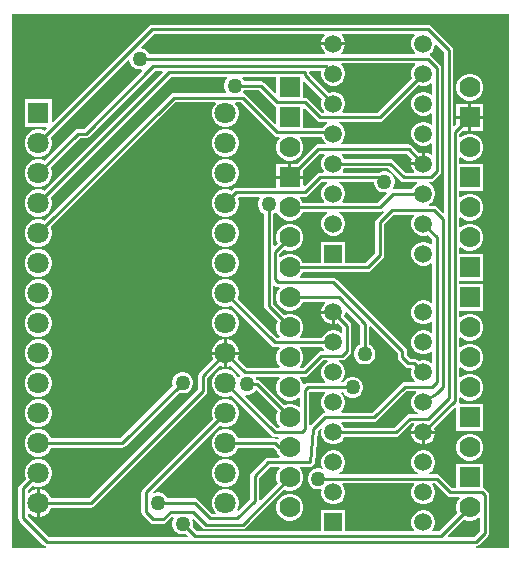
<source format=gbl>
%FSTAX23Y23*%
%MOIN*%
%SFA1B1*%

%IPPOS*%
%ADD11C,0.010000*%
%ADD19C,0.059060*%
%ADD20R,0.059060X0.059060*%
%ADD21C,0.070870*%
%ADD22R,0.070870X0.070870*%
%ADD23C,0.070000*%
%ADD24R,0.070000X0.070000*%
%ADD25C,0.050000*%
%LNeeprom_programmer-1*%
%LPD*%
G36*
X04036Y03352D02*
X04033Y03349D01*
X04028Y0334*
X04025Y0333*
Y03319*
X04028Y03309*
X04033Y033*
X04038Y03295*
X04036Y0329*
X03793*
X03791Y03295*
X03796Y033*
X03801Y03309*
X03804Y03319*
Y0332*
X03725*
Y03319*
X03728Y03309*
X03733Y033*
X03738Y03295*
X03736Y0329*
X03151*
X03148Y03296*
X03141Y03303*
X03133Y03307*
X03125Y03309*
X03123Y03314*
X03166Y03357*
X03734*
X03736Y03352*
X03733Y03349*
X03728Y0334*
X03725Y0333*
Y0333*
X03804*
Y0333*
X03801Y0334*
X03796Y03349*
X03793Y03352*
X03795Y03357*
X04034*
X04036Y03352*
G37*
G36*
X04094Y03192D02*
Y03157D01*
X0409Y03155*
X04089Y03156*
X0408Y03161*
X0407Y03164*
X04059*
X04049Y03161*
X0404Y03156*
X04033Y03149*
X04028Y0314*
X04025Y0313*
Y03119*
X04028Y03109*
X04033Y031*
X0404Y03093*
X04049Y03088*
X04059Y03085*
X0407*
X0408Y03088*
X04089Y03093*
X0409Y03094*
X04094Y03092*
Y03057*
X0409Y03055*
X04089Y03056*
X0408Y03061*
X0407Y03064*
X04059*
X04049Y03061*
X0404Y03056*
X04033Y03049*
X04028Y0304*
X04025Y0303*
Y03019*
X04028Y03009*
X04033Y03*
X0404Y02993*
X04049Y02988*
X04059Y02985*
X0407*
X0408Y02988*
X04089Y02993*
X0409Y02994*
X04094Y02992*
Y02957*
X0409Y02955*
X04089Y02956*
X0408Y02961*
X0407Y02964*
X0407*
Y02925*
X04065*
Y0292*
X04025*
Y02919*
X04028Y02909*
X04033Y029*
X04034Y02899*
X04032Y02895*
X04006*
X03965Y02935*
X0396Y02939*
X03954Y0294*
X03801*
X03796Y02949*
X03792Y02953*
X03794Y02958*
X04009*
X04028Y0294*
X04025Y0293*
Y0293*
X0406*
Y02964*
X04059*
X04049Y02961*
X04026Y02984*
X04021Y02988*
X04016Y02989*
X03791*
X0379Y02994*
X03796Y03*
X03801Y03009*
X03804Y03019*
Y0303*
X03801Y0304*
X03796Y03049*
X03789Y03056*
X03783Y03059*
X03785Y03064*
X0392*
X03925Y03065*
X0393Y03069*
X04049Y03188*
X04059Y03185*
X0407*
X0408Y03188*
X04089Y03193*
X0409Y03194*
X04094Y03192*
G37*
G36*
X04038Y03254D02*
X04033Y03249D01*
X04028Y0324*
X04025Y0323*
Y03219*
X04028Y03209*
X03913Y03095*
X03797*
X03795Y03099*
X03796Y031*
X03801Y03109*
X03804Y03119*
Y0313*
X03801Y0314*
X03796Y03149*
X03789Y03156*
X0378Y03161*
X0377Y03164*
X03759*
X03749Y03161*
X03685Y03226*
Y0323*
X03685Y0323*
X03688Y03234*
X03722*
X03725Y0323*
X03725Y0323*
Y03219*
X03728Y03209*
X03733Y032*
X0374Y03193*
X03749Y03188*
X03759Y03185*
X0377*
X0378Y03188*
X03789Y03193*
X03796Y032*
X03801Y03209*
X03804Y03219*
Y0323*
X03801Y0324*
X03796Y03249*
X03791Y03254*
X03793Y03259*
X04036*
X04038Y03254*
G37*
G36*
X03575Y03161D02*
X0357Y03159D01*
X03533Y03195*
X03528Y03199*
X03523Y032*
X03467*
X03464Y03206*
X0346Y03209*
X03462Y03214*
X03575*
Y03161*
G37*
G36*
X03728Y0314D02*
X03725Y0313D01*
Y03119*
X03728Y03109*
X03733Y031*
X03734Y03099*
X03732Y03095*
X03726*
X0368Y0314*
X03675Y03144*
X0367Y03145*
X03665*
Y03196*
X03669Y03198*
X03728Y0314*
G37*
G36*
X03567Y03119D02*
X03572Y03115D01*
X03575Y03115*
Y0306*
X0357Y03058*
X03473Y03155*
X03468Y03159*
X03467Y03159*
X03466Y0316*
X03464Y03164*
X03467Y03169*
X03516*
X03567Y03119*
G37*
G36*
X03709Y03069D02*
X03714Y03065D01*
X0372Y03064*
X03744*
X03746Y03059*
X0374Y03056*
X03733Y03049*
X03731Y03045*
X03665*
Y03106*
X03669Y03108*
X03709Y03069*
G37*
G36*
X0435Y01645D02*
X04241D01*
X04241Y0165*
X04245Y0165*
X0425Y01654*
X0428Y01684*
X04284Y01689*
X04285Y01695*
Y0182*
X04284Y01825*
X0428Y0183*
X0427Y0184*
X04265Y01844*
X04265Y01844*
Y01925*
X04175*
Y01845*
X04161*
X0412Y01885*
X04115Y01889*
X0411Y0189*
X04085*
X04083Y01895*
X04089Y01898*
X04096Y01905*
X04101Y01914*
X04104Y01924*
Y01935*
X04101Y01945*
X04096Y01954*
X04089Y01961*
X0408Y01966*
X0407Y01969*
X04059*
X04049Y01966*
X0404Y01961*
X04033Y01954*
X04028Y01945*
X04025Y01935*
Y01924*
X04028Y01914*
X04033Y01905*
X0404Y01898*
X04046Y01895*
X04044Y0189*
X03785*
X03783Y01895*
X03789Y01898*
X03796Y01905*
X03801Y01914*
X03804Y01924*
Y01935*
X03801Y01945*
X03796Y01954*
X03789Y01961*
X0378Y01966*
X0377Y01969*
X03759*
X03749Y01966*
X0374Y01961*
X03733Y01954*
X03728Y01945*
X03725Y01935*
Y01924*
X03728Y01914*
X03729Y01912*
X03726Y01908*
X03719Y0191*
X0371*
X03701Y01907*
X03693Y01903*
X03686Y01896*
X03682Y01888*
X0368Y01879*
Y0187*
X03682Y01861*
X03686Y01853*
X03693Y01846*
X03701Y01842*
X0371Y0184*
X03719*
X03722Y0184*
X03726Y01837*
X03725Y01835*
Y01824*
X03728Y01814*
X03733Y01805*
X0374Y01798*
X03749Y01793*
X03759Y0179*
X0377*
X0378Y01793*
X03789Y01798*
X03796Y01805*
X03801Y01814*
X03804Y01824*
Y01835*
X03801Y01845*
X03796Y01854*
X03795Y01855*
X03797Y01859*
X04032*
X04034Y01855*
X04033Y01854*
X04028Y01845*
X04025Y01835*
Y01824*
X04028Y01814*
X04033Y01805*
X0404Y01798*
X04049Y01793*
X04059Y0179*
X0407*
X0408Y01793*
X04089Y01798*
X04096Y01805*
X04101Y01814*
X04104Y01824*
Y01835*
X04101Y01845*
X04096Y01854*
X04095Y01855*
X04097Y01859*
X04103*
X04144Y01819*
X04149Y01815*
X04155Y01814*
X04184*
X04186Y0181*
X04183Y01807*
X04178Y01797*
X04175Y01785*
Y01774*
X04178Y01762*
X04179Y0176*
X04118Y017*
X04097*
X04095Y01704*
X04096Y01705*
X04101Y01714*
X04104Y01724*
Y01735*
X04101Y01745*
X04096Y01754*
X04089Y01761*
X0408Y01766*
X0407Y01769*
X04059*
X04049Y01766*
X0404Y01761*
X04033Y01754*
X04028Y01745*
X04025Y01735*
Y01724*
X04028Y01714*
X04033Y01705*
X04034Y01704*
X04032Y017*
X03804*
Y01769*
X03725*
Y017*
X03309*
X03296Y01713*
X03298Y0172*
Y01729*
X03295Y01738*
X03295Y01738*
X03299Y01741*
X0333Y01711*
X03335Y01707*
X03341Y01706*
X03462*
X03467Y01707*
X03472Y01711*
X036Y01839*
X03602Y01838*
X03614Y01835*
X03625*
X03637Y01838*
X03647Y01843*
X03656Y01852*
X03661Y01862*
X03665Y01874*
Y01885*
X03661Y01897*
X03656Y01907*
X03653Y0191*
X03655Y01914*
X03688*
X0369Y01915*
X03692Y01915*
X03693Y01915*
X03693Y01915*
X03695Y01917*
X03697Y01918*
X03698Y01918*
X03698Y01919*
X037Y01921*
X03701Y01922*
X03701Y01923*
X03702Y01924*
X03702Y01926*
X03703Y01928*
X03712Y02033*
X03722Y02042*
X03726Y0204*
X03725Y02035*
Y02024*
X03728Y02014*
X03733Y02005*
X0374Y01998*
X03749Y01993*
X03759Y0199*
X0377*
X0378Y01993*
X03789Y01998*
X03796Y02005*
X03801Y02014*
X03975*
X0398Y02015*
X03985Y02019*
X04026Y02059*
X04032*
X04034Y02055*
X04033Y02054*
X04028Y02045*
X04025Y02035*
Y02035*
X04104*
Y02035*
X04101Y02045*
X0417Y02113*
X04175Y02111*
Y02035*
X04265*
Y02125*
X04186*
X04183Y0213*
X04184Y02134*
Y02145*
X04189Y02146*
X04192Y02143*
X04202Y02138*
X04214Y02135*
X04225*
X04237Y02138*
X04247Y02143*
X04256Y02152*
X04261Y02162*
X04265Y02174*
Y02185*
X04261Y02197*
X04256Y02207*
X04247Y02216*
X04237Y02221*
X04225Y02225*
X04214*
X04202Y02221*
X04192Y02216*
X04189Y02213*
X04184Y02214*
Y02245*
X04189Y02246*
X04192Y02243*
X04202Y02238*
X04214Y02235*
X04225*
X04237Y02238*
X04247Y02243*
X04256Y02252*
X04261Y02262*
X04265Y02274*
Y02285*
X04261Y02297*
X04256Y02307*
X04247Y02316*
X04237Y02321*
X04225Y02325*
X04214*
X04202Y02321*
X04192Y02316*
X04189Y02313*
X04184Y02314*
Y02345*
X04189Y02346*
X04192Y02343*
X04202Y02338*
X04214Y02335*
X04225*
X04237Y02338*
X04247Y02343*
X04256Y02352*
X04261Y02362*
X04265Y02374*
Y02385*
X04261Y02397*
X04256Y02407*
X04247Y02416*
X04237Y02421*
X04225Y02425*
X04214*
X04202Y02421*
X04192Y02416*
X04189Y02413*
X04184Y02414*
Y02435*
X04265*
Y02525*
X04184*
Y02535*
X04265*
Y02625*
X04184*
Y02645*
X04189Y02646*
X04192Y02643*
X04202Y02638*
X04214Y02635*
X04225*
X04237Y02638*
X04247Y02643*
X04256Y02652*
X04261Y02662*
X04265Y02674*
Y02685*
X04261Y02697*
X04256Y02707*
X04247Y02716*
X04237Y02721*
X04225Y02725*
X04214*
X04202Y02721*
X04192Y02716*
X04189Y02713*
X04184Y02714*
Y02745*
X04189Y02746*
X04192Y02743*
X04202Y02738*
X04214Y02735*
X04225*
X04237Y02738*
X04247Y02743*
X04256Y02752*
X04261Y02762*
X04265Y02774*
Y02785*
X04261Y02797*
X04256Y02807*
X04247Y02816*
X04237Y02821*
X04225Y02825*
X04214*
X04202Y02821*
X04192Y02816*
X04189Y02813*
X04184Y02814*
Y02835*
X04265*
Y02925*
X04184*
Y02945*
X04189Y02946*
X04192Y02943*
X04202Y02938*
X04214Y02935*
X04225*
X04237Y02938*
X04247Y02943*
X04256Y02952*
X04261Y02962*
X04265Y02974*
Y02985*
X04261Y02997*
X04256Y03007*
X04247Y03016*
X04237Y03021*
X04225Y03025*
X04214*
X04202Y03021*
X04192Y03016*
X04189Y03013*
X04184Y03014*
Y03023*
X04196Y03035*
X04215*
Y03075*
X04175*
Y03056*
X04169Y03051*
X04164Y03052*
Y03303*
X04163Y03309*
X0416Y03314*
X0409Y03383*
X04085Y03387*
X0408Y03388*
X0316*
X03154Y03387*
X03149Y03383*
X02831Y03065*
X02826Y03067*
Y03139*
X02736*
Y03048*
X02807*
X02809Y03043*
X02801Y03035*
X02799Y03036*
X02787Y03039*
X02775*
X02763Y03036*
X02753Y0303*
X02745Y03021*
X02739Y03011*
X02736Y02999*
Y02987*
X02739Y02976*
X02745Y02965*
X02753Y02957*
X02763Y02951*
X02775Y02948*
X02787*
X02799Y02951*
X02809Y02957*
X02817Y02965*
X02823Y02976*
X02826Y02987*
Y02999*
X02823Y03011*
X02822Y03013*
X0308Y03271*
X03085Y03269*
X03087Y03261*
X03091Y03253*
X03098Y03246*
X03106Y03242*
X03115Y0324*
X03124*
X03125Y0324*
X03128Y03235*
X02933Y03041*
X02913*
X02907Y0304*
X02902Y03036*
X02801Y02935*
X02799Y02936*
X02787Y02939*
X02775*
X02763Y02936*
X02753Y0293*
X02745Y02921*
X02739Y02911*
X02736Y02899*
Y02887*
X02739Y02876*
X02745Y02865*
X02753Y02857*
X02763Y02851*
X02775Y02848*
X02787*
X02799Y02851*
X02809Y02857*
X02817Y02865*
X02823Y02876*
X02826Y02887*
Y02899*
X02823Y02911*
X02822Y02913*
X02919Y0301*
X0294*
X02945Y03011*
X0295Y03015*
X0317Y03234*
X03194*
X03196Y0323*
X02801Y02835*
X02799Y02836*
X02787Y02839*
X02775*
X02763Y02836*
X02753Y0283*
X02745Y02821*
X02739Y02811*
X02736Y02799*
Y02787*
X02739Y02776*
X02745Y02765*
X02753Y02757*
X02763Y02751*
X02775Y02748*
X02787*
X02799Y02751*
X02809Y02757*
X02817Y02765*
X02823Y02776*
X02826Y02787*
Y02799*
X02823Y02811*
X02822Y02813*
X03223Y03214*
X03409*
X03411Y03209*
X03407Y03206*
X03403Y03198*
X03401Y03189*
Y0318*
X03403Y03171*
X03406Y03165*
X03404Y0316*
X03232*
X03226Y03159*
X03221Y03155*
X02801Y02735*
X02799Y02736*
X02787Y02739*
X02775*
X02763Y02736*
X02753Y0273*
X02745Y02721*
X02739Y02711*
X02736Y02699*
Y02687*
X02739Y02676*
X02745Y02665*
X02753Y02657*
X02763Y02651*
X02775Y02648*
X02787*
X02799Y02651*
X02809Y02657*
X02817Y02665*
X02823Y02676*
X02826Y02687*
Y02699*
X02823Y02711*
X02822Y02713*
X03238Y03129*
X0337*
X03372Y03125*
X03369Y03121*
X03363Y03111*
X0336Y03099*
Y03087*
X03363Y03076*
X03369Y03065*
X03377Y03057*
X03387Y03051*
X03399Y03048*
X03411*
X03422Y03051*
X03433Y03057*
X03441Y03065*
X03447Y03076*
X0345Y03087*
Y03099*
X03447Y03111*
X03441Y03121*
X03438Y03125*
X0344Y03129*
X03456*
X03566Y03019*
X03571Y03015*
X03577Y03014*
X03584*
X03586Y0301*
X03583Y03007*
X03578Y02997*
X03575Y02985*
Y02974*
X03578Y02962*
X03583Y02952*
X03592Y02943*
X03602Y02938*
X03614Y02935*
X03625*
X03637Y02938*
X03647Y02943*
X03656Y02952*
X03661Y02962*
X03665Y02974*
Y02985*
X03661Y02997*
X03656Y03007*
X03653Y0301*
X03655Y03014*
X03726*
X03728Y03009*
X03733Y03*
X03739Y02994*
X03738Y02989*
X03714*
X03708Y02988*
X03703Y02984*
X03643Y02925*
X03625*
Y02885*
X03665*
Y02903*
X0372Y02958*
X03735*
X03737Y02953*
X03733Y02949*
X03728Y0294*
X03725Y0293*
Y02919*
X03728Y02909*
X03733Y029*
X03733Y029*
X03731Y02895*
X0372*
X03714Y02894*
X03709Y02891*
X03669Y02851*
X03665Y02853*
Y02875*
X0362*
X03575*
Y02845*
X03441*
X03435Y02844*
X0343Y0284*
X03425Y02835*
X03422Y02836*
X03411Y02839*
X03399*
X03387Y02836*
X03377Y0283*
X03369Y02821*
X03363Y02811*
X0336Y02799*
Y02787*
X03363Y02776*
X03369Y02765*
X03377Y02757*
X03387Y02751*
X03399Y02748*
X03411*
X03422Y02751*
X03433Y02757*
X03441Y02765*
X03447Y02776*
X0345Y02787*
Y02799*
X03448Y02809*
X0345Y02813*
X03451Y02814*
X03518*
X0352Y02809*
X03517Y02803*
X03515Y02794*
Y02785*
X03517Y02776*
X03521Y02768*
X03528Y02761*
X03534Y02758*
Y0245*
X03535Y02444*
X03539Y02439*
X03579Y02399*
X03578Y02397*
X03575Y02385*
Y02374*
X03578Y02362*
X03583Y02352*
X03586Y02349*
X03584Y02345*
X03575*
X03446Y02474*
X03447Y02476*
X0345Y02487*
Y02499*
X03447Y02511*
X03441Y02521*
X03433Y0253*
X03422Y02536*
X03411Y02539*
X03399*
X03387Y02536*
X03377Y0253*
X03369Y02521*
X03363Y02511*
X0336Y02499*
Y02487*
X03363Y02476*
X03369Y02465*
X03377Y02457*
X03387Y02451*
X03399Y02448*
X03411*
X03422Y02451*
X03425Y02452*
X03558Y02319*
X03563Y02315*
X03569Y02314*
X03584*
X03586Y0231*
X03583Y02307*
X03578Y02297*
X03575Y02285*
Y02274*
X03578Y02262*
X03583Y02252*
X03586Y02249*
X03584Y02245*
X03475*
X03446Y02274*
X03447Y02276*
X0345Y02287*
Y02288*
X0341*
Y02248*
X03411*
X03422Y02251*
X03425Y02252*
X03454Y02222*
X03454Y02218*
X0345Y02214*
X03445Y02215*
X03441Y02221*
X03433Y0223*
X03422Y02236*
X03411Y02239*
X03399*
X03387Y02236*
X03377Y0223*
X03369Y02221*
X03363Y02211*
X0336Y02199*
Y02187*
X03363Y02176*
X03369Y02165*
X03377Y02157*
X03387Y02151*
X03399Y02148*
X03411*
X03422Y02151*
X03425Y02152*
X03558Y02019*
X03563Y02015*
X03569Y02014*
X03581*
X03584Y02009*
X03582Y02007*
X03577Y02006*
X03575Y02007*
X03569Y02009*
X03448*
X03447Y02011*
X03441Y02021*
X03433Y0203*
X03422Y02036*
X03411Y02039*
X03399*
X03387Y02036*
X03377Y0203*
X03369Y02021*
X03363Y02011*
X0336Y01999*
Y01987*
X03363Y01976*
X03369Y01965*
X03377Y01957*
X03387Y01951*
X03399Y01948*
X03411*
X03422Y01951*
X03433Y01957*
X03441Y01965*
X03447Y01976*
X03448Y01978*
X03563*
X03572Y01969*
X03577Y01966*
X03578Y01962*
X03583Y01952*
X03586Y01949*
X03584Y01945*
X03548*
X03542Y01944*
X03537Y0194*
X03491Y01894*
X03487Y01889*
X03486Y01884*
Y01806*
X03449Y01768*
X03445Y01772*
X03447Y01776*
X0345Y01787*
Y01799*
X03447Y01811*
X03441Y01821*
X03433Y0183*
X03422Y01836*
X03411Y01839*
X03399*
X03387Y01836*
X03377Y0183*
X03369Y01821*
X03363Y01811*
X0336Y01799*
Y01787*
X03363Y01776*
X03369Y01765*
X03372Y01762*
X0337Y01758*
X03361*
X03314Y01804*
X03309Y01808*
X03304Y01809*
X03212*
X03209Y01815*
X03202Y01822*
X03194Y01826*
X03185Y01829*
X03176*
X03167Y01826*
X03166Y01825*
X03163Y01829*
X03385Y02052*
X03387Y02051*
X03399Y02048*
X03411*
X03422Y02051*
X03433Y02057*
X03441Y02065*
X03447Y02076*
X0345Y02087*
Y02099*
X03447Y02111*
X03441Y02121*
X03433Y0213*
X03422Y02136*
X03411Y02139*
X03399*
X03387Y02136*
X03377Y0213*
X03369Y02121*
X03363Y02111*
X0336Y02099*
Y02087*
X03363Y02076*
X03364Y02074*
X0313Y0184*
X03126Y01835*
X03125Y01829*
Y01764*
X03126Y01758*
X0313Y01753*
X03154Y01729*
X03159Y01725*
X03165Y01724*
X03197*
X03202Y01725*
X03207Y01729*
X03227Y01748*
X0323Y01747*
X03233Y01743*
X0323Y01738*
X03228Y01729*
Y0172*
X0323Y01711*
X03234Y01703*
X03241Y01696*
X03249Y01692*
X03258Y0169*
X03267*
X03274Y01691*
X03281Y01684*
X03279Y0168*
X02815*
X02746Y01749*
Y01758*
X0275Y0176*
X02753Y01757*
X02763Y01751*
X02775Y01748*
X02776*
Y01793*
Y01839*
X02775*
X02763Y01836*
X02753Y0183*
X0275Y01827*
X02746Y01829*
Y01837*
X02761Y01852*
X02763Y01851*
X02775Y01848*
X02787*
X02799Y01851*
X02809Y01857*
X02817Y01865*
X02823Y01876*
X02826Y01887*
Y01899*
X02823Y01911*
X02817Y01921*
X02809Y0193*
X02799Y01936*
X02787Y01939*
X02775*
X02763Y01936*
X02753Y0193*
X02745Y01921*
X02739Y01911*
X02736Y01899*
Y01887*
X02739Y01876*
X0274Y01874*
X0272Y01854*
X02716Y01849*
X02715Y01843*
Y01743*
X02716Y01737*
X0272Y01732*
X02798Y01654*
X02803Y0165*
X02807Y0165*
X02807Y01645*
X02695*
Y03425*
X0435*
Y01645*
G37*
G36*
X03988Y02869D02*
X03993Y02865D01*
X03999Y02864*
X04044*
X04046Y02859*
X0404Y02856*
X04033Y02849*
X04028Y0284*
X03966*
X03966Y0284*
X03964Y02843*
X03963Y02845*
X03967Y02851*
X0397Y0286*
Y02869*
X03967Y02878*
X03963Y02886*
X03956Y02893*
X03948Y02897*
X03939Y029*
X0393*
X03921Y02897*
X03918Y02895*
X03798*
X03796Y029*
X03796Y029*
X03801Y02909*
X03948*
X03988Y02869*
G37*
G36*
X039Y0286D02*
X03902Y02851D01*
X03906Y02843*
X03913Y02836*
X03921Y02832*
X0393Y0283*
X03939*
X03941Y0283*
X03944Y02826*
X03913Y02795*
X03797*
X03795Y02799*
X03796Y028*
X03801Y02809*
X03804Y02819*
Y0283*
X03801Y0284*
X03796Y02849*
X03789Y02856*
X03783Y0286*
X03784Y02865*
X039*
Y0286*
G37*
G36*
X03746Y0286D02*
X0374Y02856D01*
X03733Y02849*
X03728Y0284*
X03725Y0283*
Y02819*
X03728Y02809*
X03733Y028*
X03734Y02799*
X03732Y02795*
X03662*
X03661Y02797*
X03656Y02807*
X03653Y0281*
X03655Y02814*
X0367*
X03675Y02815*
X0368Y02819*
X03726Y02865*
X03745*
X03746Y0286*
G37*
G36*
X04134Y03297D02*
Y02763D01*
X04129Y02762*
X0411Y0278*
X04105Y02784*
X041Y02785*
X04085*
X04083Y0279*
X04089Y02793*
X04096Y028*
X04101Y02809*
X04104Y02819*
Y0283*
X04101Y0284*
X04096Y02849*
X04089Y02856*
X04083Y02859*
X04085Y02864*
X0409*
X04095Y02865*
X041Y02869*
X0412Y02889*
X04124Y02894*
X04125Y029*
Y03245*
X04124Y0325*
X0412Y03255*
X0409Y03285*
X04088Y03287*
X04088Y03293*
X04089Y03293*
X04096Y033*
X04101Y03309*
X04104Y03319*
Y0332*
X04109Y03322*
X04134Y03297*
G37*
G36*
X03933Y02764D02*
X03909Y0274D01*
X03905Y02735*
X03904Y0273*
Y02626*
X03873Y02595*
X03804*
Y02664*
X03725*
Y02595*
X03662*
X03661Y02597*
X03656Y02607*
X03647Y02616*
X03637Y02621*
X03625Y02625*
X03614*
X03602Y02621*
X03592Y02616*
X03589Y02613*
X03585Y02615*
Y02623*
X036Y02639*
X03602Y02638*
X03614Y02635*
X03625*
X03637Y02638*
X03647Y02643*
X03656Y02652*
X03661Y02662*
X03665Y02674*
Y02685*
X03661Y02697*
X03656Y02707*
X03647Y02716*
X03637Y02721*
X03625Y02725*
X03614*
X03602Y02721*
X03592Y02716*
X03583Y02707*
X03578Y02697*
X03575Y02685*
Y02674*
X03578Y02662*
X03579Y0266*
X03569Y02651*
X03565Y02653*
Y02758*
X03571Y02761*
X03573Y02763*
X03578Y02761*
X03583Y02752*
X03592Y02743*
X03602Y02738*
X03614Y02735*
X03625*
X03637Y02738*
X03647Y02743*
X03656Y02752*
X03661Y02762*
X03662Y02764*
X03744*
X03746Y02759*
X0374Y02756*
X03733Y02749*
X03728Y0274*
X03725Y0273*
Y02719*
X03728Y02709*
X03733Y027*
X0374Y02693*
X03749Y02688*
X03759Y02685*
X0377*
X0378Y02688*
X03789Y02693*
X03796Y027*
X03801Y02709*
X03804Y02719*
Y0273*
X03801Y0274*
X03796Y02749*
X03789Y02756*
X03783Y02759*
X03785Y02764*
X0392*
X03925Y02765*
X03929Y02768*
X03933Y02764*
G37*
G36*
X04034Y0275D02*
X04033Y02749D01*
X04028Y0274*
X04025Y0273*
Y02719*
X04028Y02709*
X04033Y027*
X0404Y02693*
X04049Y02688*
X04059Y02685*
X0407*
X0408Y02688*
X04094Y02674*
Y02658*
X04089Y02656*
X04089Y02656*
X0408Y02661*
X0407Y02664*
X04059*
X04049Y02661*
X0404Y02656*
X04033Y02649*
X04028Y0264*
X04025Y0263*
Y02619*
X04028Y02609*
X04033Y026*
X0404Y02593*
X04049Y02588*
X04059Y02585*
X0407*
X0408Y02588*
X04089Y02593*
X04089Y02593*
X04094Y02591*
Y02463*
X04089Y02461*
X04089Y02461*
X0408Y02466*
X0407Y02469*
X04059*
X04049Y02466*
X0404Y02461*
X04033Y02454*
X04028Y02445*
X04025Y02435*
Y02424*
X04028Y02414*
X04033Y02405*
X0404Y02398*
X04049Y02393*
X04059Y0239*
X0407*
X0408Y02393*
X04089Y02398*
X04089Y02398*
X04094Y02396*
Y02363*
X04089Y02361*
X04089Y02361*
X0408Y02366*
X0407Y02369*
X04059*
X04049Y02366*
X0404Y02361*
X04033Y02354*
X04028Y02345*
X04025Y02335*
Y02324*
X04028Y02314*
X04033Y02305*
X0404Y02298*
X04049Y02293*
X04059Y0229*
X0407*
X0408Y02293*
X04089Y02298*
X04089Y02298*
X04094Y02296*
Y02263*
X04089Y02261*
X04089Y02261*
X0408Y02266*
X0407Y02269*
X04059*
X04049Y02266*
X04045Y0227*
X0404Y02274*
X04035Y02275*
X04021*
X0401Y02286*
Y02299*
X04009Y02305*
X04006Y0231*
X03775Y0254*
X0377Y02544*
X03765Y02545*
X03655*
X03653Y02549*
X03656Y02552*
X03661Y02562*
X03662Y02564*
X0388*
X03885Y02565*
X0389Y02569*
X0393Y02609*
X03934Y02614*
X03935Y0262*
Y02723*
X03966Y02754*
X04032*
X04034Y0275*
G37*
G36*
X03574Y02515D02*
X0358Y02514D01*
X03584*
X03586Y0251*
X03583Y02507*
X03578Y02497*
X03575Y02485*
Y02474*
X03578Y02462*
X03583Y02452*
X03592Y02443*
X03602Y02438*
X03614Y02435*
X03625*
X03637Y02438*
X03647Y02443*
X03656Y02452*
X03661Y02462*
X03662Y02464*
X03736*
X03738Y02459*
X03733Y02454*
X03728Y02445*
X03725Y02435*
Y02435*
X03765*
Y0243*
X0377*
Y0239*
X0377*
X0378Y02393*
X03794Y02379*
Y02363*
X03789Y02361*
X03789Y02361*
X0378Y02366*
X0377Y02369*
X03759*
X03749Y02366*
X0374Y02361*
X03733Y02354*
X03728Y02345*
X03655*
X03653Y02349*
X03656Y02352*
X03661Y02362*
X03665Y02374*
Y02385*
X03661Y02397*
X03656Y02407*
X03647Y02416*
X03637Y02421*
X03625Y02425*
X03614*
X03602Y02421*
X036Y0242*
X03565Y02456*
Y02516*
X0357Y02518*
X03574Y02515*
G37*
G36*
X03733Y02305D02*
X03734Y02304D01*
X03732Y023*
X03725*
X03719Y02299*
X03714Y02295*
X03663Y02245*
X03655*
X03653Y02249*
X03656Y02252*
X03661Y02262*
X03665Y02274*
Y02285*
X03661Y02297*
X03656Y02307*
X03653Y0231*
X03655Y02314*
X03728*
X03733Y02305*
G37*
G36*
X03746Y02264D02*
X0374Y02261D01*
X03733Y02254*
X03728Y02245*
X03725Y02235*
Y02224*
X03728Y02214*
X03733Y02205*
X03738Y022*
X03736Y02195*
X0368*
X03674Y02194*
X03669Y0219*
X03668Y0219*
X03663Y02191*
X03661Y02197*
X03656Y02207*
X03653Y0221*
X03655Y02214*
X0367*
X03675Y02215*
X0368Y02219*
X03731Y02269*
X03744*
X03746Y02264*
G37*
G36*
X03854Y02386D02*
Y02322D01*
X03848Y02319*
X03841Y02312*
X03836Y02304*
X03834Y02295*
Y02286*
X03836Y02277*
X03841Y02269*
X03848Y02262*
X03856Y02258*
X03864Y02256*
X03874*
X03883Y02258*
X03891Y02262*
X03897Y02269*
X03902Y02277*
X03904Y02286*
Y02295*
X03902Y02304*
X03897Y02312*
X03891Y02319*
X03884Y02322*
Y02382*
X03889Y02383*
X0398Y02293*
Y0228*
X03981Y02274*
X03984Y02269*
X04004Y02249*
X04009Y02245*
X04015Y02244*
X04023*
X04026Y0224*
X04025Y02235*
Y02224*
X04028Y02214*
X04033Y02205*
X04036Y02202*
X04034Y02197*
X04002*
X03996Y02196*
X03991Y02192*
X03893Y02095*
X03793*
X03791Y021*
X03796Y02105*
X03801Y02114*
X03804Y02124*
Y02135*
X03801Y02145*
X03796Y02154*
X03791Y02159*
X03793Y02163*
X03797Y02163*
X038Y02158*
X03807Y02151*
X03815Y02147*
X03824Y02145*
X03833*
X03842Y02147*
X0385Y02151*
X03857Y02158*
X03861Y02166*
X03864Y02175*
Y02184*
X03861Y02193*
X03857Y02201*
X0385Y02208*
X03842Y02212*
X03833Y02215*
X03824*
X03815Y02212*
X03807Y02208*
X038Y02201*
X03797Y02196*
X03793Y02196*
X03791Y022*
X03796Y02205*
X03801Y02214*
X03804Y02224*
Y02235*
X03801Y02245*
X03796Y02254*
X03789Y02261*
X03783Y02264*
X03785Y02269*
X03794*
X038Y0227*
X03805Y02274*
X0382Y02289*
X03823Y02294*
X03824Y023*
Y02385*
X03823Y02391*
X0382Y02396*
X03801Y02414*
X03804Y02424*
Y02428*
X03809Y0243*
X03854Y02386*
G37*
G36*
X03586Y0221D02*
X03583Y02207D01*
X03578Y02197*
X03575Y02185*
Y02174*
X03578Y02162*
X03583Y02152*
X03592Y02143*
X03602Y02138*
X03614Y02135*
X03625*
X03637Y02138*
X03647Y02143*
X0365Y02146*
X03654Y02144*
Y02115*
X0365Y02113*
X03647Y02116*
X03637Y02121*
X03625Y02125*
X03614*
X03602Y02121*
X036Y0212*
X0352Y022*
X03515Y02204*
X0351Y02205*
X03508*
X03506Y02209*
X03508Y02214*
X03584*
X03586Y0221*
G37*
G36*
X03738Y02159D02*
X03733Y02154D01*
X03728Y02145*
X03725Y02135*
Y02124*
X03728Y02114*
X03733Y02105*
X03738Y021*
X03738Y02097*
X03736Y02095*
X03732Y02094*
X03727Y0209*
X0369Y02053*
X03685Y02055*
Y02163*
X03686Y02164*
X03736*
X03738Y02159*
G37*
G36*
X04041Y02161D02*
X0404Y02161D01*
X04033Y02154*
X04028Y02145*
X04025Y02135*
Y02124*
X04028Y02114*
X04033Y02105*
X0404Y02098*
X04046Y02095*
X04044Y0209*
X0402*
X04014Y02089*
X04009Y02085*
X03968Y02045*
X03801*
X03796Y02054*
X03791Y02059*
X03793Y02064*
X039*
X03905Y02065*
X0391Y02069*
X04008Y02166*
X04039*
X04041Y02161*
G37*
G36*
X03579Y02099D02*
X03578Y02097D01*
X03575Y02085*
Y02074*
X03578Y02062*
X03583Y02052*
X03586Y02049*
X03584Y02045*
X03575*
X0347Y0215*
X0347Y02152*
X03472Y02155*
X03481*
X0349Y02157*
X03498Y02161*
X03505Y02168*
X03509Y02169*
X03579Y02099*
G37*
G36*
X03586Y0191D02*
X03583Y01907D01*
X03578Y01897*
X03575Y01885*
Y01874*
X03578Y01862*
X03579Y0186*
X03522Y01803*
X03517Y01805*
Y01877*
X03554Y01914*
X03584*
X03586Y0191*
G37*
G36*
X04254Y01744D02*
Y01701D01*
X04233Y0168*
X04148*
X04146Y01684*
X042Y01739*
X04202Y01738*
X04214Y01735*
X04225*
X04237Y01738*
X04247Y01743*
X0425Y01746*
X04254Y01744*
G37*
%LNeeprom_programmer-2*%
%LPC*%
G36*
X04225Y03225D02*
X04214D01*
X04202Y03221*
X04192Y03216*
X04183Y03207*
X04178Y03197*
X04175Y03185*
Y03174*
X04178Y03162*
X04183Y03152*
X04192Y03143*
X04202Y03138*
X04214Y03135*
X04225*
X04237Y03138*
X04247Y03143*
X04256Y03152*
X04261Y03162*
X04265Y03174*
Y03185*
X04261Y03197*
X04256Y03207*
X04247Y03216*
X04237Y03221*
X04225Y03225*
G37*
G36*
X04265Y03125D02*
X04225D01*
Y03085*
X04265*
Y03125*
G37*
G36*
X04215D02*
X04175D01*
Y03085*
X04215*
Y03125*
G37*
G36*
X04265Y03075D02*
X04225D01*
Y03035*
X04265*
Y03075*
G37*
G36*
X03411Y03039D02*
X03399D01*
X03387Y03036*
X03377Y0303*
X03369Y03021*
X03363Y03011*
X0336Y02999*
Y02987*
X03363Y02976*
X03369Y02965*
X03377Y02957*
X03387Y02951*
X03399Y02948*
X03411*
X03422Y02951*
X03433Y02957*
X03441Y02965*
X03447Y02976*
X0345Y02987*
Y02999*
X03447Y03011*
X03441Y03021*
X03433Y0303*
X03422Y03036*
X03411Y03039*
G37*
G36*
X03615Y02925D02*
X03575D01*
Y02885*
X03615*
Y02925*
G37*
G36*
X03411Y02939D02*
X03399D01*
X03387Y02936*
X03377Y0293*
X03369Y02921*
X03363Y02911*
X0336Y02899*
Y02887*
X03363Y02876*
X03369Y02865*
X03377Y02857*
X03387Y02851*
X03399Y02848*
X03411*
X03422Y02851*
X03433Y02857*
X03441Y02865*
X03447Y02876*
X0345Y02887*
Y02899*
X03447Y02911*
X03441Y02921*
X03433Y0293*
X03422Y02936*
X03411Y02939*
G37*
G36*
Y02739D02*
X03399D01*
X03387Y02736*
X03377Y0273*
X03369Y02721*
X03363Y02711*
X0336Y02699*
Y02687*
X03363Y02676*
X03369Y02665*
X03377Y02657*
X03387Y02651*
X03399Y02648*
X03411*
X03422Y02651*
X03433Y02657*
X03441Y02665*
X03447Y02676*
X0345Y02687*
Y02699*
X03447Y02711*
X03441Y02721*
X03433Y0273*
X03422Y02736*
X03411Y02739*
G37*
G36*
Y02639D02*
X03399D01*
X03387Y02636*
X03377Y0263*
X03369Y02621*
X03363Y02611*
X0336Y02599*
Y02587*
X03363Y02576*
X03369Y02565*
X03377Y02557*
X03387Y02551*
X03399Y02548*
X03411*
X03422Y02551*
X03433Y02557*
X03441Y02565*
X03447Y02576*
X0345Y02587*
Y02599*
X03447Y02611*
X03441Y02621*
X03433Y0263*
X03422Y02636*
X03411Y02639*
G37*
G36*
X02787D02*
X02775D01*
X02763Y02636*
X02753Y0263*
X02745Y02621*
X02739Y02611*
X02736Y02599*
Y02587*
X02739Y02576*
X02745Y02565*
X02753Y02557*
X02763Y02551*
X02775Y02548*
X02787*
X02799Y02551*
X02809Y02557*
X02817Y02565*
X02823Y02576*
X02826Y02587*
Y02599*
X02823Y02611*
X02817Y02621*
X02809Y0263*
X02799Y02636*
X02787Y02639*
G37*
G36*
Y02539D02*
X02775D01*
X02763Y02536*
X02753Y0253*
X02745Y02521*
X02739Y02511*
X02736Y02499*
Y02487*
X02739Y02476*
X02745Y02465*
X02753Y02457*
X02763Y02451*
X02775Y02448*
X02787*
X02799Y02451*
X02809Y02457*
X02817Y02465*
X02823Y02476*
X02826Y02487*
Y02499*
X02823Y02511*
X02817Y02521*
X02809Y0253*
X02799Y02536*
X02787Y02539*
G37*
G36*
X03411Y02439D02*
X03399D01*
X03387Y02436*
X03377Y0243*
X03369Y02421*
X03363Y02411*
X0336Y02399*
Y02387*
X03363Y02376*
X03369Y02365*
X03377Y02357*
X03387Y02351*
X03399Y02348*
X03411*
X03422Y02351*
X03433Y02357*
X03441Y02365*
X03447Y02376*
X0345Y02387*
Y02399*
X03447Y02411*
X03441Y02421*
X03433Y0243*
X03422Y02436*
X03411Y02439*
G37*
G36*
X02787D02*
X02775D01*
X02763Y02436*
X02753Y0243*
X02745Y02421*
X02739Y02411*
X02736Y02399*
Y02387*
X02739Y02376*
X02745Y02365*
X02753Y02357*
X02763Y02351*
X02775Y02348*
X02787*
X02799Y02351*
X02809Y02357*
X02817Y02365*
X02823Y02376*
X02826Y02387*
Y02399*
X02823Y02411*
X02817Y02421*
X02809Y0243*
X02799Y02436*
X02787Y02439*
G37*
G36*
X03411Y02339D02*
X0341D01*
Y02298*
X0345*
Y02299*
X03447Y02311*
X03441Y02321*
X03433Y0233*
X03422Y02336*
X03411Y02339*
G37*
G36*
X034D02*
X03399D01*
X03387Y02336*
X03377Y0233*
X03369Y02321*
X03363Y02311*
X0336Y02299*
Y02298*
X034*
Y02339*
G37*
G36*
Y02288D02*
X0336D01*
Y02287*
X03363Y02276*
X03364Y02274*
X03319Y02229*
X03316Y02224*
X03314Y02218*
Y02174*
X02949Y01809*
X02824*
X02823Y01811*
X02817Y01821*
X02809Y0183*
X02799Y01836*
X02787Y01839*
X02786*
Y01793*
Y01748*
X02787*
X02799Y01751*
X02809Y01757*
X02817Y01765*
X02823Y01776*
X02824Y01778*
X02956*
X02962Y01779*
X02967Y01783*
X03341Y02156*
X03344Y02161*
X03345Y02167*
Y02212*
X03385Y02252*
X03387Y02251*
X03399Y02248*
X034*
Y02288*
G37*
G36*
X02787Y02339D02*
X02775D01*
X02763Y02336*
X02753Y0233*
X02745Y02321*
X02739Y02311*
X02736Y02299*
Y02287*
X02739Y02276*
X02745Y02265*
X02753Y02257*
X02763Y02251*
X02775Y02248*
X02787*
X02799Y02251*
X02809Y02257*
X02817Y02265*
X02823Y02276*
X02826Y02287*
Y02299*
X02823Y02311*
X02817Y02321*
X02809Y0233*
X02799Y02336*
X02787Y02339*
G37*
G36*
X03267Y0223D02*
X03258D01*
X03249Y02227*
X03241Y02223*
X03234Y02216*
X0323Y02208*
X03228Y02199*
Y0219*
X03229Y02183*
X03055Y02009*
X02824*
X02823Y02011*
X02817Y02021*
X02809Y0203*
X02799Y02036*
X02787Y02039*
X02775*
X02763Y02036*
X02753Y0203*
X02745Y02021*
X02739Y02011*
X02736Y01999*
Y01987*
X02739Y01976*
X02745Y01965*
X02753Y01957*
X02763Y01951*
X02775Y01948*
X02787*
X02799Y01951*
X02809Y01957*
X02817Y01965*
X02823Y01976*
X02824Y01978*
X03061*
X03067Y01979*
X03072Y01983*
X03251Y02161*
X03258Y0216*
X03267*
X03276Y02162*
X03284Y02166*
X03291Y02173*
X03295Y02181*
X03298Y0219*
Y02199*
X03295Y02208*
X03291Y02216*
X03284Y02223*
X03276Y02227*
X03267Y0223*
G37*
G36*
X02787Y02239D02*
X02775D01*
X02763Y02236*
X02753Y0223*
X02745Y02221*
X02739Y02211*
X02736Y02199*
Y02187*
X02739Y02176*
X02745Y02165*
X02753Y02157*
X02763Y02151*
X02775Y02148*
X02787*
X02799Y02151*
X02809Y02157*
X02817Y02165*
X02823Y02176*
X02826Y02187*
Y02199*
X02823Y02211*
X02817Y02221*
X02809Y0223*
X02799Y02236*
X02787Y02239*
G37*
G36*
Y02139D02*
X02775D01*
X02763Y02136*
X02753Y0213*
X02745Y02121*
X02739Y02111*
X02736Y02099*
Y02087*
X02739Y02076*
X02745Y02065*
X02753Y02057*
X02763Y02051*
X02775Y02048*
X02787*
X02799Y02051*
X02809Y02057*
X02817Y02065*
X02823Y02076*
X02826Y02087*
Y02099*
X02823Y02111*
X02817Y02121*
X02809Y0213*
X02799Y02136*
X02787Y02139*
G37*
G36*
X04104Y02025D02*
X0407D01*
Y0199*
X0407*
X0408Y01993*
X04089Y01998*
X04096Y02005*
X04101Y02014*
X04104Y02024*
Y02025*
G37*
G36*
X0406D02*
X04025D01*
Y02024*
X04028Y02014*
X04033Y02005*
X0404Y01998*
X04049Y01993*
X04059Y0199*
X0406*
Y02025*
G37*
G36*
X04225D02*
X04214D01*
X04202Y02021*
X04192Y02016*
X04183Y02007*
X04178Y01997*
X04175Y01985*
Y01974*
X04178Y01962*
X04183Y01952*
X04192Y01943*
X04202Y01938*
X04214Y01935*
X04225*
X04237Y01938*
X04247Y01943*
X04256Y01952*
X04261Y01962*
X04265Y01974*
Y01985*
X04261Y01997*
X04256Y02007*
X04247Y02016*
X04237Y02021*
X04225Y02025*
G37*
G36*
X03411Y01939D02*
X03399D01*
X03387Y01936*
X03377Y0193*
X03369Y01921*
X03363Y01911*
X0336Y01899*
Y01887*
X03363Y01876*
X03369Y01865*
X03377Y01857*
X03387Y01851*
X03399Y01848*
X03411*
X03422Y01851*
X03433Y01857*
X03441Y01865*
X03447Y01876*
X0345Y01887*
Y01899*
X03447Y01911*
X03441Y01921*
X03433Y0193*
X03422Y01936*
X03411Y01939*
G37*
G36*
X03625Y01825D02*
X03614D01*
X03602Y01821*
X03592Y01816*
X03583Y01807*
X03578Y01797*
X03575Y01785*
Y01774*
X03578Y01762*
X03583Y01752*
X03592Y01743*
X03602Y01738*
X03614Y01735*
X03625*
X03637Y01738*
X03647Y01743*
X03656Y01752*
X03661Y01762*
X03665Y01774*
Y01785*
X03661Y01797*
X03656Y01807*
X03647Y01816*
X03637Y01821*
X03625Y01825*
G37*
G36*
X0376Y02425D02*
X03725D01*
Y02424*
X03728Y02414*
X03733Y02405*
X0374Y02398*
X03749Y02393*
X03759Y0239*
X0376*
Y02425*
G37*
%LNeeprom_programmer-3*%
%LPD*%
G54D11*
X03577Y0303D02*
X03765D01*
X03436Y03185D02*
X03523D01*
X03578Y0313*
X0367*
X0372Y0308*
X0392*
X04065Y03225*
X02731Y01843D02*
X02781Y01893D01*
X02731Y01743D02*
Y01843D01*
Y01743D02*
X02809Y01665D01*
X0424*
X0427Y01695*
Y0182*
X0426Y0183D02*
X0427Y0182D01*
X04155Y0183D02*
X0426D01*
X0411Y01875D02*
X04155Y0183D01*
X03715Y01875D02*
X0411D01*
X03477Y0219D02*
X0351D01*
X0362Y0208*
X03141Y01829D02*
X03405Y02093D01*
X03141Y01764D02*
Y01829D01*
Y01764D02*
X03165Y0174D01*
X03197*
X03222Y01765*
X03298*
X03341Y01722*
X03462*
X0362Y0188*
X03405Y02193D02*
X03569Y0203D01*
X0366*
X0367Y0204*
Y0217*
X0368Y0218*
X03829*
X0312Y03275D02*
X0408D01*
X0411Y03245*
Y029D02*
Y03245D01*
X0409Y0288D02*
X0411Y029D01*
X03999Y0288D02*
X0409D01*
X03954Y02925D02*
X03999Y0288D01*
X03765Y02925D02*
X03954D01*
X03765Y03025D02*
Y0303D01*
X03462Y03145D02*
X03577Y0303D01*
X03232Y03145D02*
X03462D01*
X02781Y02693D02*
X03232Y03145D01*
X03569Y0233D02*
X03765D01*
X03405Y02493D02*
X03569Y0233D01*
X03181Y01794D02*
X03304D01*
X03355Y01743*
X03445*
X03502Y018*
Y01884*
X03548Y0193*
X03688*
X03698Y0204*
X03738Y0208*
X039*
X04002Y02182*
X04095*
X04109Y02196*
Y0268*
X04065Y02725D02*
X04109Y0268D01*
X03919Y0288D02*
X03935Y02865D01*
X0372Y0288D02*
X03919D01*
X0367Y0283D02*
X0372Y0288D01*
X03441Y0283D02*
X0367D01*
X03405Y02793D02*
X03441Y0283D01*
X0362Y0258D02*
X0388D01*
X0392Y0262*
Y0273*
X0396Y0277*
X041*
X04129Y0274*
Y0218D02*
Y0274D01*
X04111Y02162D02*
X04129Y0218D01*
X04065Y0213D02*
X04111Y02162D01*
X03965Y02825D02*
X04065D01*
X0392Y0278D02*
X03965Y02825D01*
X0362Y0278D02*
X0392D01*
X0367Y0322D02*
X03765Y03125D01*
X0367Y0322D02*
Y0323D01*
X03217D02*
X0367D01*
X02781Y02793D02*
X03217Y0323D01*
X04125Y01685D02*
X0422Y0178D01*
X03303Y01685D02*
X04125D01*
X03263Y01725D02*
X03303Y01685D01*
X03765Y0243D02*
X03809Y02385D01*
Y023D02*
Y02385D01*
X03794Y02285D02*
X03809Y023D01*
X03725Y02285D02*
X03794D01*
X0367Y0223D02*
X03725Y02285D01*
X03469Y0223D02*
X0367D01*
X03405Y02293D02*
X03469Y0223D01*
X03869Y02291D02*
Y02392D01*
X03782Y0248D02*
X03869Y02392D01*
X0362Y0248D02*
X03782D01*
X03765Y0203D02*
X03975D01*
X0402Y02075*
X04079*
X04149Y02145*
Y03303*
X0408Y03373D02*
X04149Y03303D01*
X0316Y03373D02*
X0408D01*
X02781Y02993D02*
X0316Y03373D01*
X04065Y0203D02*
X04169Y02134D01*
Y03029*
X0422Y0308*
X04035Y0226D02*
X04065Y0223D01*
X04015Y0226D02*
X04035D01*
X03995Y0228D02*
X04015Y0226D01*
X03995Y0228D02*
Y02299D01*
X03765Y0253D02*
X03995Y02299D01*
X0358Y0253D02*
X03765D01*
X0357Y0254D02*
X0358Y0253D01*
X0357Y0254D02*
Y0263D01*
X0362Y0268*
X03583Y0198D02*
X0362D01*
X03569Y01993D02*
X03583Y0198D01*
X03405Y01993D02*
X03569D01*
X02781Y01793D02*
X02956D01*
X0333Y02167*
Y02218*
X03405Y02293*
X02781Y02893D02*
X02913Y03025D01*
X0294*
X03164Y0325*
X0374*
X03765Y03225*
X02781Y01993D02*
X03061D01*
X03263Y02195*
X0355Y0245D02*
Y0279D01*
Y0245D02*
X0362Y0238D01*
Y0288D02*
X03714Y02974D01*
X04016*
X04065Y02925*
G54D19*
X04065Y0243D03*
Y0233D03*
Y0223D03*
Y0213D03*
Y0203D03*
Y0193D03*
Y0183D03*
Y0173D03*
X03765Y0243D03*
Y0233D03*
Y0223D03*
Y0213D03*
Y0203D03*
Y0193D03*
Y0183D03*
X04065Y03325D03*
Y03225D03*
Y03125D03*
Y03025D03*
Y02925D03*
Y02825D03*
Y02725D03*
Y02625D03*
X03765Y03325D03*
Y03225D03*
Y03125D03*
Y03025D03*
Y02925D03*
Y02825D03*
Y02725D03*
G54D20*
X03765Y0173D03*
Y02625D03*
G54D21*
X03405Y03093D03*
Y02993D03*
Y02893D03*
Y02793D03*
Y02693D03*
Y02593D03*
Y02493D03*
Y02393D03*
Y02293D03*
Y02193D03*
Y02093D03*
Y01993D03*
Y01893D03*
Y01793D03*
X02781D03*
Y01893D03*
Y01993D03*
Y02093D03*
Y02193D03*
Y02293D03*
Y02393D03*
Y02593D03*
Y02693D03*
Y02793D03*
Y02893D03*
Y02993D03*
Y02493D03*
G54D22*
X02781Y03093D03*
G54D23*
X0422Y0178D03*
Y0198D03*
Y0218D03*
Y0228D03*
Y0238D03*
Y0268D03*
Y0278D03*
Y0298D03*
Y0318D03*
X0362Y0178D03*
Y0188D03*
Y0198D03*
Y0208D03*
Y0218D03*
Y0228D03*
Y0238D03*
Y0248D03*
Y0258D03*
Y0268D03*
Y0278D03*
Y0298D03*
G54D24*
X0422Y0188D03*
Y0208D03*
Y0248D03*
Y0258D03*
Y0288D03*
Y0308D03*
X0362Y0288D03*
Y0308D03*
Y0318D03*
G54D25*
X03436Y03185D03*
X03715Y01875D03*
X03477Y0219D03*
X03829Y0218D03*
X0312Y03275D03*
X03181Y01794D03*
X03935Y02865D03*
X03263Y01725D03*
X03869Y02291D03*
X03263Y02195D03*
X0355Y0279D03*
M02*
</source>
